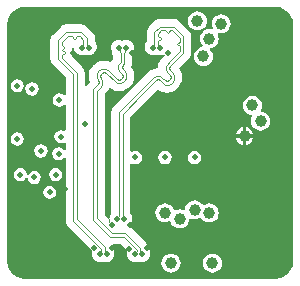
<source format=gbl>
G04*
G04 #@! TF.GenerationSoftware,Altium Limited,Altium Designer,20.0.13 (296)*
G04*
G04 Layer_Physical_Order=4*
G04 Layer_Color=16711680*
%FSLAX44Y44*%
%MOMM*%
G71*
G01*
G75*
%ADD44C,1.0000*%
%ADD49C,0.1016*%
%ADD51C,0.1000*%
%ADD52C,0.5000*%
G36*
X230000Y234736D02*
X231587D01*
X234701Y234116D01*
X237633Y232901D01*
X240273Y231138D01*
X242518Y228893D01*
X244281Y226254D01*
X245496Y223321D01*
X246115Y220207D01*
X246115Y218620D01*
X246115Y218620D01*
X246115Y218620D01*
X246115Y20000D01*
Y18413D01*
X245496Y15299D01*
X244281Y12366D01*
X242518Y9727D01*
X240273Y7482D01*
X237633Y5719D01*
X234701Y4504D01*
X231587Y3884D01*
X230000Y3884D01*
X20000Y3884D01*
X18413D01*
X15299Y4504D01*
X12366Y5719D01*
X9727Y7482D01*
X7482Y9727D01*
X5719Y12366D01*
X4504Y15299D01*
X3884Y18413D01*
X3885Y20000D01*
X3885Y20000D01*
X3885Y20000D01*
X3884Y218620D01*
Y220207D01*
X4504Y223321D01*
X5719Y226254D01*
X7482Y228893D01*
X9727Y231138D01*
X12366Y232901D01*
X15299Y234116D01*
X18413Y234736D01*
X20000Y234736D01*
X230000Y234736D01*
D02*
G37*
%LPC*%
G36*
X185000Y228069D02*
X182912Y227794D01*
X180965Y226988D01*
X179294Y225706D01*
X178012Y224035D01*
X177206Y222088D01*
X176931Y220000D01*
X177206Y217912D01*
X177852Y216353D01*
X177265Y215539D01*
X177117Y215400D01*
X176973Y215309D01*
X175000Y215569D01*
X172912Y215294D01*
X170965Y214488D01*
X169294Y213206D01*
X168012Y211535D01*
X167206Y209588D01*
X166931Y207500D01*
X167206Y205412D01*
X168012Y203465D01*
X169294Y201794D01*
X169336Y201763D01*
X168980Y200435D01*
X167912Y200294D01*
X165965Y199488D01*
X164294Y198206D01*
X163012Y196535D01*
X162206Y194588D01*
X161931Y192500D01*
X162206Y190412D01*
X163012Y188465D01*
X164294Y186794D01*
X165965Y185512D01*
X167912Y184706D01*
X170000Y184431D01*
X172088Y184706D01*
X174035Y185512D01*
X175706Y186794D01*
X176988Y188465D01*
X177794Y190412D01*
X178069Y192500D01*
X177794Y194588D01*
X176988Y196535D01*
X175706Y198206D01*
X175664Y198237D01*
X176020Y199565D01*
X177088Y199706D01*
X179035Y200512D01*
X180706Y201794D01*
X181988Y203465D01*
X182794Y205412D01*
X183069Y207500D01*
X182794Y209588D01*
X182148Y211147D01*
X182735Y211961D01*
X182883Y212100D01*
X183027Y212191D01*
X185000Y211931D01*
X187088Y212206D01*
X189035Y213012D01*
X190706Y214294D01*
X191988Y215965D01*
X192794Y217912D01*
X193069Y220000D01*
X192794Y222088D01*
X191988Y224035D01*
X190706Y225706D01*
X189035Y226988D01*
X187088Y227794D01*
X185000Y228069D01*
D02*
G37*
G36*
X165000Y230569D02*
X162912Y230294D01*
X160965Y229488D01*
X159294Y228206D01*
X158012Y226535D01*
X157206Y224588D01*
X156931Y222500D01*
X157206Y220412D01*
X158012Y218465D01*
X159294Y216794D01*
X160965Y215512D01*
X162912Y214706D01*
X165000Y214431D01*
X167088Y214706D01*
X169035Y215512D01*
X170706Y216794D01*
X171988Y218465D01*
X172794Y220412D01*
X173069Y222500D01*
X172794Y224588D01*
X171988Y226535D01*
X170706Y228206D01*
X169035Y229488D01*
X167088Y230294D01*
X165000Y230569D01*
D02*
G37*
G36*
X145000Y224056D02*
X133212D01*
X131515Y223833D01*
X129934Y223178D01*
X128576Y222136D01*
X123848Y217408D01*
X122806Y216050D01*
X122151Y214469D01*
X121928Y212772D01*
Y205160D01*
X121314Y204360D01*
X120659Y202779D01*
X120436Y201082D01*
Y200000D01*
X120659Y198303D01*
X121314Y196722D01*
X122356Y195364D01*
X123714Y194322D01*
X125295Y193667D01*
X126992Y193444D01*
X128689Y193667D01*
X130000Y194210D01*
X131311Y193667D01*
X133008Y193444D01*
X134705Y193667D01*
X136286Y194322D01*
X137063Y194918D01*
X137902Y193961D01*
X136435Y192495D01*
X136435Y192495D01*
X135911Y191971D01*
X134994Y191116D01*
X134976Y191103D01*
X134249Y190155D01*
X133059Y188603D01*
X131853Y185693D01*
X131447Y182606D01*
X128359Y182199D01*
X125449Y180994D01*
X123913Y179816D01*
X122950Y179076D01*
X122938Y179061D01*
X122084Y178144D01*
X113720Y169779D01*
X112851Y168925D01*
X112851D01*
X112832Y168911D01*
X112818Y168892D01*
X111929Y167989D01*
X111416Y167476D01*
X111416Y167476D01*
X93938Y149998D01*
X92896Y148640D01*
X92241Y147059D01*
X92018Y145362D01*
Y60160D01*
X91404Y59360D01*
X90749Y57779D01*
X90535Y56154D01*
X90352Y56022D01*
X89256Y55638D01*
X86556Y58338D01*
Y144832D01*
Y160784D01*
X86874Y161102D01*
X87791Y161956D01*
X87806Y161968D01*
X88535Y162917D01*
X89724Y164467D01*
X90099Y165373D01*
X91326Y165702D01*
X92679Y164664D01*
X95589Y163458D01*
X98712Y163047D01*
X101836Y163458D01*
X104746Y164664D01*
X106281Y165842D01*
X107245Y166581D01*
X107245Y166581D01*
X107673Y167010D01*
X108105Y167441D01*
X108105Y167441D01*
X108844Y168405D01*
X110023Y169940D01*
X111228Y172851D01*
X111639Y175974D01*
X111228Y179097D01*
X110023Y182008D01*
X108835Y183556D01*
X109365Y184835D01*
X109588Y186532D01*
Y192563D01*
X109710Y192722D01*
X110365Y194303D01*
X110588Y196000D01*
Y197655D01*
X110857Y198303D01*
X111080Y200000D01*
X110857Y201697D01*
X110202Y203278D01*
X109160Y204636D01*
X107802Y205678D01*
X106221Y206333D01*
X104524Y206556D01*
X102827Y206333D01*
X101516Y205790D01*
X100205Y206333D01*
X98508Y206556D01*
X96811Y206333D01*
X95230Y205678D01*
X93872Y204636D01*
X92830Y203278D01*
X92175Y201697D01*
X91952Y200000D01*
X92175Y198303D01*
X92444Y197655D01*
Y196000D01*
X92667Y194303D01*
X93322Y192722D01*
X93444Y192563D01*
Y190161D01*
X92875Y189420D01*
X92438Y188365D01*
X90821Y187779D01*
X88839Y188600D01*
X85716Y189011D01*
X82593Y188600D01*
X79683Y187394D01*
X78147Y186216D01*
X77183Y185477D01*
X77183Y185476D01*
X76753Y185044D01*
X76324Y184617D01*
X76323Y184617D01*
X75584Y183653D01*
X74406Y182118D01*
X73200Y179207D01*
X72789Y176084D01*
X73200Y172961D01*
X73991Y171051D01*
X72332Y169392D01*
X71290Y168034D01*
X70858Y166991D01*
X69588Y167243D01*
Y178756D01*
X69365Y180453D01*
X68710Y182034D01*
X67668Y183392D01*
X58483Y192576D01*
X58849Y193460D01*
X58998Y194587D01*
X59002Y194620D01*
X59002Y194621D01*
X59104Y195394D01*
Y195848D01*
D01*
X59002Y196621D01*
X59002Y196622D01*
X58998Y196657D01*
X58849Y197782D01*
X58692Y198163D01*
X58806Y199035D01*
X59204Y199489D01*
X60154Y199879D01*
X60475Y199706D01*
X60659Y198303D01*
X61314Y196722D01*
X62356Y195364D01*
X63714Y194322D01*
X65295Y193667D01*
X66992Y193444D01*
X68689Y193667D01*
X70000Y194210D01*
X71311Y193667D01*
X73008Y193444D01*
X74705Y193667D01*
X76286Y194322D01*
X77644Y195364D01*
X78686Y196722D01*
X79341Y198303D01*
X79564Y200000D01*
Y201082D01*
X79341Y202779D01*
X78686Y204360D01*
X78072Y205160D01*
Y207772D01*
X77849Y209469D01*
X77194Y211050D01*
X76152Y212408D01*
X70892Y217668D01*
X69534Y218710D01*
X67953Y219365D01*
X66256Y219588D01*
X53744D01*
X52047Y219365D01*
X50466Y218710D01*
X49108Y217668D01*
X42332Y210892D01*
X41290Y209534D01*
X40635Y207953D01*
X40412Y206256D01*
Y190532D01*
X40635Y188835D01*
X41290Y187254D01*
X42332Y185896D01*
X53444Y174784D01*
Y159538D01*
X52174Y159153D01*
X51965Y159465D01*
X50146Y160681D01*
X48000Y161108D01*
X45854Y160681D01*
X44035Y159465D01*
X42819Y157646D01*
X42392Y155500D01*
X42819Y153354D01*
X44035Y151535D01*
X45854Y150319D01*
X48000Y149892D01*
X50146Y150319D01*
X51965Y151535D01*
X52174Y151847D01*
X53444Y151462D01*
Y129827D01*
X52324Y129228D01*
X51646Y129681D01*
X49500Y130108D01*
X47354Y129681D01*
X45535Y128465D01*
X44319Y126646D01*
X43892Y124500D01*
X44319Y122354D01*
X45535Y120535D01*
X47354Y119319D01*
X49500Y118892D01*
X51646Y119319D01*
X52324Y119772D01*
X53444Y119173D01*
Y113290D01*
X52174Y112905D01*
X51465Y113965D01*
X49646Y115181D01*
X47500Y115608D01*
X45354Y115181D01*
X43535Y113965D01*
X42319Y112146D01*
X41892Y110000D01*
X42319Y107854D01*
X43535Y106035D01*
X45354Y104819D01*
X47500Y104392D01*
X49646Y104819D01*
X51465Y106035D01*
X52174Y107095D01*
X53444Y106710D01*
Y53302D01*
X53667Y51605D01*
X54322Y50024D01*
X55364Y48666D01*
X75896Y28134D01*
X75749Y27779D01*
X75526Y26082D01*
Y25000D01*
X75749Y23303D01*
X76404Y21722D01*
X77446Y20364D01*
X78804Y19322D01*
X80385Y18667D01*
X82082Y18444D01*
X83779Y18667D01*
X85090Y19210D01*
X86401Y18667D01*
X88098Y18444D01*
X89795Y18667D01*
X91376Y19322D01*
X92734Y20364D01*
X93776Y21722D01*
X94431Y23303D01*
X94654Y25000D01*
Y26082D01*
X94431Y27779D01*
X93776Y29360D01*
X93162Y30160D01*
Y30984D01*
X93006Y32174D01*
X93853Y33444D01*
X99858D01*
X105723Y27579D01*
X105526Y26082D01*
Y25000D01*
X105749Y23303D01*
X106404Y21722D01*
X107446Y20364D01*
X108804Y19322D01*
X110385Y18667D01*
X112082Y18444D01*
X113779Y18667D01*
X115090Y19210D01*
X116401Y18667D01*
X118098Y18444D01*
X119795Y18667D01*
X121376Y19322D01*
X122734Y20364D01*
X123776Y21722D01*
X124431Y23303D01*
X124654Y25000D01*
Y26082D01*
X124431Y27779D01*
X123776Y29360D01*
X123162Y30160D01*
Y30256D01*
X122939Y31953D01*
X122284Y33534D01*
X121242Y34892D01*
X108466Y47668D01*
X107386Y48496D01*
X107213Y49521D01*
X107278Y50014D01*
X107734Y50364D01*
X108776Y51722D01*
X109431Y53303D01*
X109654Y55000D01*
Y56082D01*
X109431Y57779D01*
X108776Y59360D01*
X108162Y60160D01*
Y101756D01*
X109432Y102435D01*
X110354Y101819D01*
X112500Y101392D01*
X114646Y101819D01*
X116465Y103035D01*
X117681Y104854D01*
X118108Y107000D01*
X117681Y109146D01*
X116465Y110965D01*
X114646Y112181D01*
X112500Y112608D01*
X110354Y112181D01*
X109432Y111565D01*
X108162Y112244D01*
Y141390D01*
X122832Y156060D01*
X122832Y156060D01*
X123379Y156607D01*
X124248Y157462D01*
X124248D01*
X124267Y157476D01*
X124281Y157495D01*
X125169Y158397D01*
X131538Y164767D01*
X133272Y163436D01*
X136183Y162231D01*
X139306Y161819D01*
X142429Y162231D01*
X145339Y163436D01*
X146875Y164614D01*
X147839Y165354D01*
X147839Y165354D01*
X148266Y165783D01*
X148698Y166214D01*
X148699Y166214D01*
X149438Y167177D01*
X150616Y168713D01*
X151822Y171623D01*
X152233Y174746D01*
X151822Y177870D01*
X150616Y180780D01*
X149286Y182514D01*
X157668Y190896D01*
X158710Y192254D01*
X159365Y193835D01*
X159588Y195532D01*
Y209468D01*
X159365Y211165D01*
X158710Y212746D01*
X157668Y214104D01*
X149636Y222136D01*
X148278Y223178D01*
X146697Y223833D01*
X145000Y224056D01*
D02*
G37*
G36*
X12500Y173240D02*
X10354Y172813D01*
X8535Y171598D01*
X7319Y169779D01*
X6892Y167633D01*
X7319Y165487D01*
X8535Y163667D01*
X10354Y162452D01*
X12500Y162025D01*
X14646Y162452D01*
X16465Y163667D01*
X17681Y165487D01*
X18108Y167633D01*
X17681Y169779D01*
X16465Y171598D01*
X14646Y172813D01*
X12500Y173240D01*
D02*
G37*
G36*
X25000Y170608D02*
X22854Y170181D01*
X21035Y168965D01*
X19819Y167146D01*
X19392Y165000D01*
X19819Y162854D01*
X21035Y161035D01*
X22854Y159819D01*
X25000Y159392D01*
X27146Y159819D01*
X28965Y161035D01*
X30181Y162854D01*
X30608Y165000D01*
X30181Y167146D01*
X28965Y168965D01*
X27146Y170181D01*
X25000Y170608D01*
D02*
G37*
G36*
X211500Y159069D02*
X209412Y158794D01*
X207465Y157988D01*
X205794Y156706D01*
X204512Y155035D01*
X203706Y153088D01*
X203431Y151000D01*
X203706Y148912D01*
X204512Y146966D01*
X205794Y145294D01*
X207465Y144012D01*
X209412Y143206D01*
X210895Y143011D01*
X211504Y141717D01*
X211479Y141685D01*
X210673Y139739D01*
X210398Y137650D01*
X210673Y135562D01*
X211479Y133616D01*
X212761Y131945D01*
X214432Y130662D01*
X216378Y129856D01*
X218467Y129581D01*
X220555Y129856D01*
X222501Y130662D01*
X224173Y131945D01*
X225455Y133616D01*
X226261Y135562D01*
X226536Y137650D01*
X226261Y139739D01*
X225455Y141685D01*
X224173Y143356D01*
X222501Y144638D01*
X220555Y145444D01*
X219072Y145640D01*
X218463Y146933D01*
X218488Y146966D01*
X219294Y148912D01*
X219569Y151000D01*
X219294Y153088D01*
X218488Y155035D01*
X217206Y156706D01*
X215534Y157988D01*
X213588Y158794D01*
X211500Y159069D01*
D02*
G37*
G36*
X206500Y132408D02*
Y126500D01*
X212408D01*
X212346Y126968D01*
X211586Y128802D01*
X210378Y130378D01*
X208803Y131586D01*
X206968Y132346D01*
X206500Y132408D01*
D02*
G37*
G36*
X203500D02*
X203032Y132346D01*
X201197Y131586D01*
X199622Y130378D01*
X198414Y128802D01*
X197654Y126968D01*
X197592Y126500D01*
X203500D01*
Y132408D01*
D02*
G37*
G36*
X212408Y123500D02*
X206500D01*
Y117592D01*
X206968Y117654D01*
X208803Y118414D01*
X210378Y119622D01*
X211586Y121198D01*
X212346Y123032D01*
X212408Y123500D01*
D02*
G37*
G36*
X203500D02*
X197592D01*
X197654Y123032D01*
X198414Y121198D01*
X199622Y119622D01*
X201197Y118414D01*
X203032Y117654D01*
X203500Y117592D01*
Y123500D01*
D02*
G37*
G36*
X12500Y128108D02*
X10354Y127681D01*
X8535Y126465D01*
X7319Y124646D01*
X6892Y122500D01*
X7319Y120354D01*
X8535Y118535D01*
X10354Y117319D01*
X12500Y116892D01*
X14646Y117319D01*
X16465Y118535D01*
X17681Y120354D01*
X18108Y122500D01*
X17681Y124646D01*
X16465Y126465D01*
X14646Y127681D01*
X12500Y128108D01*
D02*
G37*
G36*
X32500Y118108D02*
X30354Y117681D01*
X28535Y116465D01*
X27319Y114646D01*
X26892Y112500D01*
X27319Y110354D01*
X28535Y108535D01*
X30354Y107319D01*
X32500Y106892D01*
X34646Y107319D01*
X36465Y108535D01*
X37681Y110354D01*
X38108Y112500D01*
X37681Y114646D01*
X36465Y116465D01*
X34646Y117681D01*
X32500Y118108D01*
D02*
G37*
G36*
X162500Y112608D02*
X160354Y112181D01*
X158535Y110965D01*
X157319Y109146D01*
X156892Y107000D01*
X157319Y104854D01*
X158535Y103035D01*
X160354Y101819D01*
X162500Y101392D01*
X164646Y101819D01*
X166465Y103035D01*
X167681Y104854D01*
X168108Y107000D01*
X167681Y109146D01*
X166465Y110965D01*
X164646Y112181D01*
X162500Y112608D01*
D02*
G37*
G36*
X137500D02*
X135354Y112181D01*
X133535Y110965D01*
X132319Y109146D01*
X131892Y107000D01*
X132319Y104854D01*
X133535Y103035D01*
X135354Y101819D01*
X137500Y101392D01*
X139646Y101819D01*
X141465Y103035D01*
X142681Y104854D01*
X143108Y107000D01*
X142681Y109146D01*
X141465Y110965D01*
X139646Y112181D01*
X137500Y112608D01*
D02*
G37*
G36*
X45000Y98108D02*
X42854Y97681D01*
X41035Y96465D01*
X39819Y94646D01*
X39392Y92500D01*
X39819Y90354D01*
X41035Y88535D01*
X42854Y87319D01*
X45000Y86892D01*
X47146Y87319D01*
X48965Y88535D01*
X50181Y90354D01*
X50608Y92500D01*
X50181Y94646D01*
X48965Y96465D01*
X47146Y97681D01*
X45000Y98108D01*
D02*
G37*
G36*
X15000Y98108D02*
X12854Y97681D01*
X11035Y96465D01*
X9819Y94646D01*
X9392Y92500D01*
X9819Y90354D01*
X11035Y88535D01*
X12854Y87319D01*
X15000Y86892D01*
X17146Y87319D01*
X18965Y88535D01*
X20042Y90146D01*
X20798Y90056D01*
X21263Y89908D01*
X21288Y89898D01*
X21694Y87854D01*
X22910Y86035D01*
X24729Y84819D01*
X26875Y84392D01*
X29021Y84819D01*
X30840Y86035D01*
X32056Y87854D01*
X32483Y90000D01*
X32056Y92146D01*
X30840Y93965D01*
X29021Y95181D01*
X26875Y95608D01*
X24729Y95181D01*
X22910Y93965D01*
X21833Y92354D01*
X21077Y92444D01*
X20612Y92592D01*
X20587Y92602D01*
X20181Y94646D01*
X18965Y96465D01*
X17146Y97681D01*
X15000Y98108D01*
D02*
G37*
G36*
X40000Y83108D02*
X37854Y82681D01*
X36035Y81465D01*
X34819Y79646D01*
X34392Y77500D01*
X34819Y75354D01*
X36035Y73535D01*
X37854Y72319D01*
X40000Y71892D01*
X42146Y72319D01*
X43965Y73535D01*
X45181Y75354D01*
X45608Y77500D01*
X45181Y79646D01*
X43965Y81465D01*
X42146Y82681D01*
X40000Y83108D01*
D02*
G37*
G36*
X162590Y70569D02*
X160502Y70294D01*
X158555Y69488D01*
X156884Y68206D01*
X155602Y66535D01*
X154796Y64588D01*
X154598Y63084D01*
X153485Y62340D01*
X153265Y62306D01*
X152088Y62794D01*
X150000Y63069D01*
X147912Y62794D01*
X146556Y62233D01*
X145785Y62144D01*
X144984Y62836D01*
X144488Y64035D01*
X143206Y65706D01*
X141535Y66988D01*
X139588Y67794D01*
X137500Y68069D01*
X135412Y67794D01*
X133465Y66988D01*
X131794Y65706D01*
X130512Y64035D01*
X129706Y62088D01*
X129431Y60000D01*
X129706Y57912D01*
X130512Y55965D01*
X131794Y54294D01*
X133465Y53012D01*
X135412Y52206D01*
X137500Y51931D01*
X139588Y52206D01*
X140944Y52767D01*
X141715Y52856D01*
X142516Y52164D01*
X143012Y50965D01*
X144294Y49294D01*
X145965Y48012D01*
X147912Y47206D01*
X150000Y46931D01*
X152088Y47206D01*
X154035Y48012D01*
X155706Y49294D01*
X156988Y50965D01*
X157794Y52912D01*
X157992Y54416D01*
X159105Y55160D01*
X159325Y55194D01*
X160502Y54706D01*
X162590Y54431D01*
X164678Y54706D01*
X166625Y55512D01*
X167422Y56124D01*
X168012Y55965D01*
X169294Y54294D01*
X170965Y53012D01*
X172912Y52206D01*
X175000Y51931D01*
X177088Y52206D01*
X179035Y53012D01*
X180706Y54294D01*
X181988Y55965D01*
X182794Y57912D01*
X183069Y60000D01*
X182794Y62088D01*
X181988Y64035D01*
X180706Y65706D01*
X179035Y66988D01*
X177088Y67794D01*
X175000Y68069D01*
X172912Y67794D01*
X170965Y66988D01*
X170721Y66801D01*
X169100Y67157D01*
X168296Y68206D01*
X166625Y69488D01*
X164678Y70294D01*
X162590Y70569D01*
D02*
G37*
G36*
X177590Y25569D02*
X175502Y25294D01*
X173556Y24488D01*
X171884Y23206D01*
X170602Y21535D01*
X169796Y19588D01*
X169521Y17500D01*
X169796Y15412D01*
X170602Y13465D01*
X171884Y11794D01*
X173556Y10512D01*
X175502Y9706D01*
X177590Y9431D01*
X179678Y9706D01*
X181625Y10512D01*
X183296Y11794D01*
X184578Y13465D01*
X185384Y15412D01*
X185659Y17500D01*
X185384Y19588D01*
X184578Y21535D01*
X183296Y23206D01*
X181625Y24488D01*
X179678Y25294D01*
X177590Y25569D01*
D02*
G37*
G36*
X142590D02*
X140502Y25294D01*
X138555Y24488D01*
X136884Y23206D01*
X135602Y21535D01*
X134796Y19588D01*
X134521Y17500D01*
X134796Y15412D01*
X135602Y13465D01*
X136884Y11794D01*
X138555Y10512D01*
X140502Y9706D01*
X142590Y9431D01*
X144678Y9706D01*
X146624Y10512D01*
X148296Y11794D01*
X149578Y13465D01*
X150384Y15412D01*
X150659Y17500D01*
X150384Y19588D01*
X149578Y21535D01*
X148296Y23206D01*
X146624Y24488D01*
X144678Y25294D01*
X142590Y25569D01*
D02*
G37*
%LPD*%
D44*
X137500Y60000D02*
D03*
X150000Y55000D02*
D03*
X162590Y62500D02*
D03*
X175000Y60000D02*
D03*
X165000Y222500D02*
D03*
X170000Y192500D02*
D03*
X175000Y207500D02*
D03*
X185000Y220000D02*
D03*
X177590Y17500D02*
D03*
X142590D02*
D03*
X205000Y125000D02*
D03*
X218467Y137650D02*
D03*
X211500Y151000D02*
D03*
D49*
X90000Y52590D02*
X92590Y50000D01*
X90000Y52590D02*
Y55000D01*
X87500Y57500D02*
X90000Y55000D01*
X87500Y57500D02*
Y152500D01*
X92500Y157500D01*
D51*
X131516Y209732D02*
X132516Y208732D01*
X133916Y207824D02*
X133008Y208732D01*
Y206462D02*
X133916Y207370D01*
X132516Y206462D02*
X131516Y205462D01*
X149000Y204176D02*
X150000Y205176D01*
X148368Y204176D02*
X147460Y203268D01*
Y202814D02*
X148368Y201906D01*
X150000Y200906D02*
X149000Y201906D01*
X142168Y214468D02*
X141168Y213468D01*
X140260Y211928D02*
X141168Y212836D01*
X138898D02*
X139806Y211928D01*
X138898Y213468D02*
X137898Y214468D01*
X50000Y202296D02*
X51000Y201296D01*
X52361Y200388D02*
X51453Y201296D01*
Y199026D02*
X52361Y199934D01*
X50908Y199026D02*
X50000Y198118D01*
Y197664D02*
X50908Y196756D01*
X52540Y195848D02*
X51632Y196756D01*
Y194486D02*
X52540Y195394D01*
X51000Y194486D02*
X50000Y193486D01*
X62920Y210000D02*
X61920Y209000D01*
X61012Y207460D02*
X61920Y208368D01*
X59650D02*
X60558Y207460D01*
X59650Y209000D02*
X58650Y210000D01*
X117481Y164268D02*
X117474Y164262D01*
X135348Y174405D02*
X132896Y175821D01*
X130064Y175820D01*
X127613Y174401D01*
X137582Y172171D02*
X137577Y172176D01*
X137582Y172171D02*
X139307Y171455D01*
X141030Y172172D01*
X141032Y172174D02*
X141030Y172172D01*
X141880Y173022D02*
X141878Y173020D01*
X141880Y173022D02*
X142598Y174746D01*
X141880Y176471D01*
X141878Y176473D02*
X141880Y176471D01*
X139653Y186441D02*
X138232Y183988D01*
X138232Y181153D01*
X139651Y178700D01*
X119619Y162118D02*
X119625Y162125D01*
X129756Y172256D02*
X129758Y172258D01*
X133202Y172263D02*
X131479Y172975D01*
X129758Y172258D01*
X133207Y172258D02*
X133204Y172262D01*
X133207Y172258D02*
X133209Y172257D01*
X135442Y170023D02*
X137894Y168608D01*
X140725Y168610D01*
X143175Y170029D01*
X144023Y170877D02*
X145443Y173330D01*
Y176164D01*
X144023Y178616D01*
X141795Y180844D02*
X141793Y180846D01*
X141789Y184289D02*
X141077Y182566D01*
X141793Y180846D01*
X141789Y184289D02*
X141790Y184290D01*
X141794Y184294D02*
X141790Y184290D01*
X141794Y184294D02*
X141796Y184296D01*
X80988Y168776D02*
X80986Y168774D01*
X80988Y168776D02*
X81705Y170496D01*
X80994Y172219D01*
X80991Y172222D02*
X80994Y172219D01*
X80991Y172222D02*
X80988Y172225D01*
X80986Y172227D02*
X80988Y172225D01*
X80999Y179954D02*
X79581Y177507D01*
X79576Y174679D01*
X80986Y172227D01*
X89582Y180805D02*
X87129Y182222D01*
X84297Y182220D01*
X81847Y180801D01*
X96989Y173398D02*
X96984Y173403D01*
X96989Y173398D02*
X98713Y172682D01*
X100437Y173399D01*
X100439Y173401D02*
X100437Y173399D01*
X101287Y174249D02*
X101285Y174247D01*
X101287Y174249D02*
X102004Y175974D01*
X101287Y177698D01*
X101285Y177701D02*
X101287Y177698D01*
X99470Y187257D02*
X98049Y184805D01*
X98049Y181970D01*
X99468Y179517D01*
X83131Y166631D02*
X84549Y169078D01*
X84553Y171907D01*
X83142Y174359D01*
X83140Y174360D01*
X83138Y174363D02*
X83140Y174360D01*
X83138Y174363D02*
X83135Y174366D01*
X83142Y177808D02*
X82424Y176089D01*
X83135Y174366D01*
X83142Y177808D02*
X83144Y177810D01*
X83990Y178657D02*
X83992Y178659D01*
X87436Y178663D02*
X85713Y179376D01*
X83992Y178659D01*
X87441Y178659D02*
X87437Y178662D01*
X87441Y178659D02*
X87442Y178657D01*
X94849Y171250D02*
X97301Y169836D01*
X100132Y169838D01*
X102582Y171257D01*
X103430Y172104D02*
X104849Y174557D01*
Y177391D01*
X103430Y179844D01*
X101612Y181661D02*
X101610Y181663D01*
X101606Y185106D02*
X100894Y183383D01*
X101610Y181663D01*
X101606Y185106D02*
X101607Y185107D01*
X101611Y185111D02*
X101607Y185107D01*
X101611Y185111D02*
X101613Y185113D01*
X131516Y211516D02*
X131582Y211582D01*
X131516Y209732D02*
Y211516D01*
X132516Y208732D02*
X133008D01*
X133916Y207370D02*
Y207824D01*
X132516Y206462D02*
X133008D01*
X131516Y202692D02*
Y205462D01*
X131582Y211582D02*
X134468Y214468D01*
X131516Y202574D02*
Y202692D01*
Y202574D02*
X133008Y201082D01*
Y200000D02*
Y201082D01*
X150000Y205176D02*
Y207518D01*
X148368Y204176D02*
X149000D01*
X147460Y202814D02*
Y203268D01*
X148368Y201906D02*
X149000D01*
X150000Y200406D02*
Y200906D01*
Y207518D02*
Y208212D01*
Y196788D02*
Y200406D01*
X143744Y214468D02*
X144780Y213432D01*
X142168Y214468D02*
X143744D01*
X141168Y212836D02*
Y213468D01*
X139806Y211928D02*
X140260D01*
X138898Y212836D02*
Y213468D01*
X135128Y214468D02*
X137898D01*
X144780Y213432D02*
X150000Y208212D01*
X134468Y214468D02*
X135128D01*
X50000Y202296D02*
Y203962D01*
X51000Y201296D02*
X51453D01*
X52361Y199934D02*
Y200388D01*
X50908Y199026D02*
X51453D01*
X50000Y197664D02*
Y198118D01*
X50908Y196756D02*
X51632D01*
X52540Y195394D02*
Y195848D01*
X51000Y194486D02*
X51632D01*
X50000Y191788D02*
Y193486D01*
Y191788D02*
X50526Y191262D01*
X50000Y203962D02*
Y205000D01*
X50526Y191262D02*
X63032Y178756D01*
X65000Y210000D02*
X65532Y209468D01*
X62920Y210000D02*
X65000D01*
X61920Y208368D02*
Y209000D01*
X60558Y207460D02*
X61012D01*
X59650Y208368D02*
Y209000D01*
X55880Y210000D02*
X58650D01*
X65532Y209468D02*
X68484Y206516D01*
X55000Y210000D02*
X55880D01*
X68484Y202574D02*
Y206516D01*
X116052Y162840D02*
X117474Y164262D01*
X117481Y164268D02*
X127613Y174401D01*
X135348Y174405D02*
X137577Y172176D01*
X141032Y172174D02*
X141878Y173020D01*
X139651Y178700D02*
X141878Y176473D01*
X139653Y186441D02*
X141071Y187859D01*
X118196Y160696D02*
X119619Y162118D01*
X119625Y162125D02*
X129756Y172256D01*
X133202Y172263D02*
X133204Y172262D01*
X133209Y172257D02*
X135442Y170023D01*
X135442Y170023D01*
X143175Y170029D02*
X144023Y170877D01*
X141795Y180844D02*
X144023Y178616D01*
X141796Y184296D02*
X143215Y185715D01*
X98574Y145362D02*
X116052Y162840D01*
X141071Y187859D02*
X150000Y196788D01*
X101606Y144106D02*
X118196Y160696D01*
X143215Y185715D02*
X153032Y195532D01*
X76968Y145282D02*
Y164756D01*
X80986Y168774D01*
X80999Y179954D02*
X81847Y180801D01*
X89582Y180805D02*
X96984Y173403D01*
X100439Y173401D02*
X101285Y174247D01*
X99468Y179517D02*
X101285Y177701D01*
X99470Y187257D02*
X100000Y187788D01*
Y189564D01*
X80000Y144832D02*
Y163500D01*
X83131Y166631D01*
X83144Y177810D02*
X83990Y178657D01*
X87436Y178663D02*
X87437Y178662D01*
X87442Y178657D02*
X94849Y171250D01*
X94849Y171250D01*
X102582Y171257D02*
X103430Y172104D01*
X101612Y181661D02*
X103430Y179844D01*
X101613Y185113D02*
X103032Y186532D01*
X76968Y54366D02*
Y145282D01*
X100000Y189564D02*
Y195000D01*
X80000Y55622D02*
Y144832D01*
X46968Y190532D02*
Y206256D01*
Y190532D02*
X60000Y177500D01*
X46968Y206256D02*
X53744Y213032D01*
X63032Y54558D02*
Y178756D01*
X50000Y205000D02*
X55000Y210000D01*
X60000Y53302D02*
Y177500D01*
X66256Y213032D02*
X71516Y207772D01*
Y202574D02*
X73008Y201082D01*
X66992D02*
X68484Y202574D01*
X53744Y213032D02*
X66256D01*
X71516Y202574D02*
Y207772D01*
X97082Y55000D02*
Y56082D01*
X98574Y57574D01*
Y145362D01*
X103098Y55000D02*
Y56082D01*
X101606Y57574D02*
X103098Y56082D01*
X101606Y57574D02*
Y144106D01*
X145000Y217500D02*
X153032Y209468D01*
X133212Y217500D02*
X145000D01*
X153032Y195532D02*
Y209468D01*
X103032Y186532D02*
Y195000D01*
X60000Y53302D02*
X83574Y29728D01*
X63032Y54558D02*
X86606Y30984D01*
X128484Y212772D02*
X133212Y217500D01*
X128484Y202574D02*
Y212772D01*
X126992Y201082D02*
X128484Y202574D01*
X126992Y200000D02*
Y201082D01*
X73008Y200000D02*
Y201082D01*
X66992Y200000D02*
Y201082D01*
X104032Y199508D02*
X104524Y200000D01*
X104032Y196000D02*
Y199508D01*
X103032Y195000D02*
X104032Y196000D01*
X98508Y200000D02*
X99000Y199508D01*
Y196000D02*
Y199508D01*
Y196000D02*
X100000Y195000D01*
X80000Y55622D02*
X92590Y43032D01*
X76968Y54366D02*
X91334Y40000D01*
X118098Y25000D02*
Y26082D01*
X116606Y27574D02*
X118098Y26082D01*
X92590Y43032D02*
X103830D01*
X91334Y40000D02*
X102574D01*
X116606Y27574D02*
Y30256D01*
X113574Y27574D02*
Y29000D01*
X112082Y25000D02*
Y26082D01*
X113574Y27574D01*
X102574Y40000D02*
X113574Y29000D01*
X103830Y43032D02*
X116606Y30256D01*
X86606Y27574D02*
Y30984D01*
X83574Y27574D02*
Y29728D01*
X82082Y26082D02*
X83574Y27574D01*
X82082Y25000D02*
Y26082D01*
X86606Y27574D02*
X88098Y26082D01*
Y25000D02*
Y26082D01*
D52*
X150000Y55000D02*
D03*
X70000Y135000D02*
D03*
X150000Y127500D02*
D03*
X125000D02*
D03*
X92500Y157500D02*
D03*
X48000Y155500D02*
D03*
X13672Y185301D02*
D03*
X105000Y227500D02*
D03*
X52500Y80000D02*
D03*
X12500Y167633D02*
D03*
X137500Y60000D02*
D03*
X45000Y92500D02*
D03*
X162590Y62500D02*
D03*
X175000Y60000D02*
D03*
X170000Y192500D02*
D03*
X175000Y207500D02*
D03*
X185000Y220000D02*
D03*
X165000Y222500D02*
D03*
X142590Y17500D02*
D03*
X177590Y17500D02*
D03*
X237500Y185000D02*
D03*
X218434Y137683D02*
D03*
X32500Y112500D02*
D03*
X35000Y135000D02*
D03*
X12500Y122500D02*
D03*
X137500Y107000D02*
D03*
X17500Y55000D02*
D03*
X40000Y77500D02*
D03*
X15000Y92500D02*
D03*
X21000Y142500D02*
D03*
X47500Y110000D02*
D03*
X233000Y45000D02*
D03*
X233750Y118750D02*
D03*
X180000Y125000D02*
D03*
X211500Y151000D02*
D03*
X188000Y63000D02*
D03*
X225000Y70516D02*
D03*
X205000Y125000D02*
D03*
X112500Y107000D02*
D03*
X26875Y90000D02*
D03*
X25000Y165000D02*
D03*
X32500Y80000D02*
D03*
X49500Y124500D02*
D03*
X162500Y107000D02*
D03*
X80000Y195000D02*
D03*
X60000Y195000D02*
D03*
X73008Y200000D02*
D03*
X66992D02*
D03*
X90000Y195000D02*
D03*
X110000D02*
D03*
X140000D02*
D03*
X120000D02*
D03*
X133008Y200000D02*
D03*
X126992D02*
D03*
X207590Y35000D02*
D03*
X42590D02*
D03*
X62590Y30000D02*
D03*
X167590D02*
D03*
X152590D02*
D03*
X137590D02*
D03*
X107590Y50000D02*
D03*
X92590D02*
D03*
X122590Y30000D02*
D03*
X107242Y29652D02*
D03*
X92590Y30000D02*
D03*
X77590D02*
D03*
X104524Y200000D02*
D03*
X98508D02*
D03*
X118098Y25000D02*
D03*
X112082D02*
D03*
X103098Y55000D02*
D03*
X97082D02*
D03*
X88098Y25000D02*
D03*
X82082D02*
D03*
M02*

</source>
